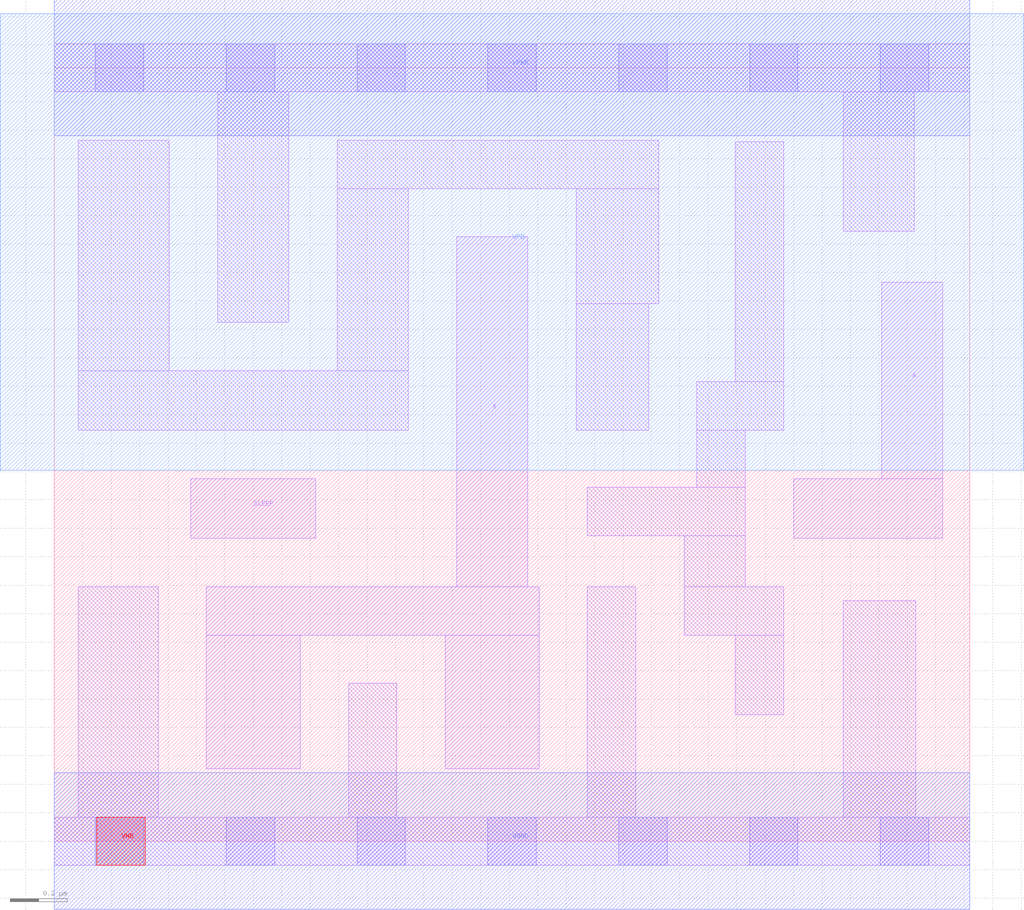
<source format=lef>
# Copyright 2020 The SkyWater PDK Authors
#
# Licensed under the Apache License, Version 2.0 (the "License");
# you may not use this file except in compliance with the License.
# You may obtain a copy of the License at
#
#     https://www.apache.org/licenses/LICENSE-2.0
#
# Unless required by applicable law or agreed to in writing, software
# distributed under the License is distributed on an "AS IS" BASIS,
# WITHOUT WARRANTIES OR CONDITIONS OF ANY KIND, either express or implied.
# See the License for the specific language governing permissions and
# limitations under the License.
#
# SPDX-License-Identifier: Apache-2.0

VERSION 5.7 ;
  NOWIREEXTENSIONATPIN ON ;
  DIVIDERCHAR "/" ;
  BUSBITCHARS "[]" ;
MACRO sky130_fd_sc_hd__lpflow_isobufsrc_2
  CLASS CORE ;
  FOREIGN sky130_fd_sc_hd__lpflow_isobufsrc_2 ;
  ORIGIN  0.000000  0.000000 ;
  SIZE  3.220000 BY  2.720000 ;
  SYMMETRY X Y R90 ;
  SITE unithd ;
  PIN A
    ANTENNAGATEAREA  0.126000 ;
    DIRECTION INPUT ;
    USE SIGNAL ;
    PORT
      LAYER li1 ;
        RECT 2.600000 1.065000 3.125000 1.275000 ;
        RECT 2.910000 1.275000 3.125000 1.965000 ;
    END
  END A
  PIN SLEEP
    ANTENNAGATEAREA  0.495000 ;
    DIRECTION INPUT ;
    USE SIGNAL ;
    PORT
      LAYER li1 ;
        RECT 0.480000 1.065000 0.920000 1.275000 ;
    END
  END SLEEP
  PIN X
    ANTENNADIFFAREA  0.621000 ;
    DIRECTION OUTPUT ;
    USE SIGNAL ;
    PORT
      LAYER li1 ;
        RECT 0.535000 0.255000 0.865000 0.725000 ;
        RECT 0.535000 0.725000 1.705000 0.895000 ;
        RECT 1.375000 0.255000 1.705000 0.725000 ;
        RECT 1.415000 0.895000 1.665000 2.125000 ;
    END
  END X
  PIN VGND
    DIRECTION INOUT ;
    SHAPE ABUTMENT ;
    USE GROUND ;
    PORT
      LAYER met1 ;
        RECT 0.000000 -0.240000 3.220000 0.240000 ;
    END
  END VGND
  PIN VNB
    DIRECTION INOUT ;
    USE GROUND ;
    PORT
      LAYER pwell ;
        RECT 0.150000 -0.085000 0.320000 0.085000 ;
    END
  END VNB
  PIN VPB
    DIRECTION INOUT ;
    USE POWER ;
    PORT
      LAYER nwell ;
        RECT -0.190000 1.305000 3.410000 2.910000 ;
    END
  END VPB
  PIN VPWR
    DIRECTION INOUT ;
    SHAPE ABUTMENT ;
    USE POWER ;
    PORT
      LAYER met1 ;
        RECT 0.000000 2.480000 3.220000 2.960000 ;
    END
  END VPWR
  OBS
    LAYER li1 ;
      RECT 0.000000 -0.085000 3.220000 0.085000 ;
      RECT 0.000000  2.635000 3.220000 2.805000 ;
      RECT 0.085000  0.085000 0.365000 0.895000 ;
      RECT 0.085000  1.445000 1.245000 1.655000 ;
      RECT 0.085000  1.655000 0.405000 2.465000 ;
      RECT 0.575000  1.825000 0.825000 2.635000 ;
      RECT 0.995000  1.655000 1.245000 2.295000 ;
      RECT 0.995000  2.295000 2.125000 2.465000 ;
      RECT 1.035000  0.085000 1.205000 0.555000 ;
      RECT 1.835000  1.445000 2.090000 1.890000 ;
      RECT 1.835000  1.890000 2.125000 2.295000 ;
      RECT 1.875000  0.085000 2.045000 0.895000 ;
      RECT 1.875000  1.075000 2.430000 1.245000 ;
      RECT 2.215000  0.725000 2.565000 0.895000 ;
      RECT 2.215000  0.895000 2.430000 1.075000 ;
      RECT 2.260000  1.245000 2.430000 1.445000 ;
      RECT 2.260000  1.445000 2.565000 1.615000 ;
      RECT 2.395000  0.445000 2.565000 0.725000 ;
      RECT 2.395000  1.615000 2.565000 2.460000 ;
      RECT 2.775000  0.085000 3.030000 0.845000 ;
      RECT 2.775000  2.145000 3.025000 2.635000 ;
    LAYER mcon ;
      RECT 0.145000 -0.085000 0.315000 0.085000 ;
      RECT 0.145000  2.635000 0.315000 2.805000 ;
      RECT 0.605000 -0.085000 0.775000 0.085000 ;
      RECT 0.605000  2.635000 0.775000 2.805000 ;
      RECT 1.065000 -0.085000 1.235000 0.085000 ;
      RECT 1.065000  2.635000 1.235000 2.805000 ;
      RECT 1.525000 -0.085000 1.695000 0.085000 ;
      RECT 1.525000  2.635000 1.695000 2.805000 ;
      RECT 1.985000 -0.085000 2.155000 0.085000 ;
      RECT 1.985000  2.635000 2.155000 2.805000 ;
      RECT 2.445000 -0.085000 2.615000 0.085000 ;
      RECT 2.445000  2.635000 2.615000 2.805000 ;
      RECT 2.905000 -0.085000 3.075000 0.085000 ;
      RECT 2.905000  2.635000 3.075000 2.805000 ;
  END
END sky130_fd_sc_hd__lpflow_isobufsrc_2
END LIBRARY

</source>
